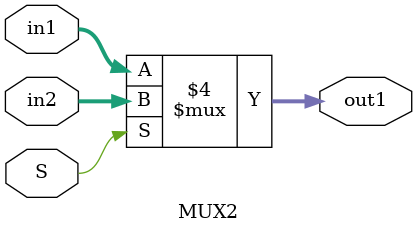
<source format=v>
module MUX2(
 input [31:0] in1, in2,
 input S,
 output reg [31:0] out1);
 
 always @* begin
	
	if(S == 0)
		out1 <= in1;
	else
		out1 <= in2;
end 

endmodule 

</source>
